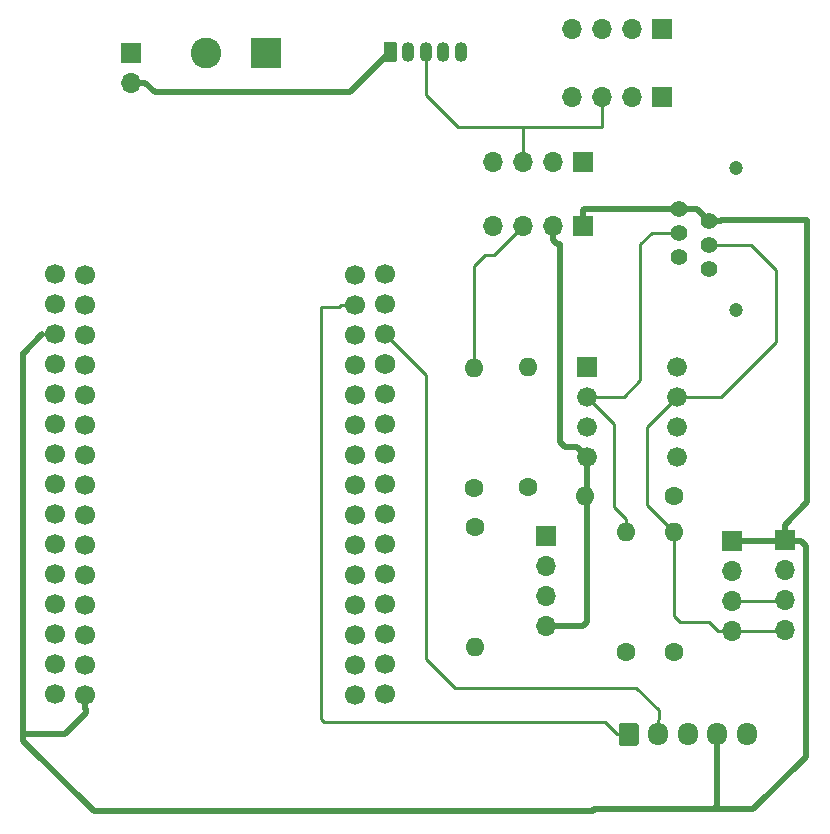
<source format=gbr>
G04 #@! TF.GenerationSoftware,KiCad,Pcbnew,(5.1.4)-1*
G04 #@! TF.CreationDate,2019-11-17T22:20:53+01:00*
G04 #@! TF.ProjectId,Airrohr_pcb,41697272-6f68-4725-9f70-63622e6b6963,rev?*
G04 #@! TF.SameCoordinates,Original*
G04 #@! TF.FileFunction,Copper,L1,Top*
G04 #@! TF.FilePolarity,Positive*
%FSLAX46Y46*%
G04 Gerber Fmt 4.6, Leading zero omitted, Abs format (unit mm)*
G04 Created by KiCad (PCBNEW (5.1.4)-1) date 2019-11-17 22:20:53*
%MOMM*%
%LPD*%
G04 APERTURE LIST*
%ADD10O,1.700000X1.700000*%
%ADD11R,1.700000X1.700000*%
%ADD12C,1.400000*%
%ADD13C,1.200000*%
%ADD14O,1.700000X1.950000*%
%ADD15C,0.100000*%
%ADD16C,1.700000*%
%ADD17C,1.740000*%
%ADD18O,1.600000X1.600000*%
%ADD19C,1.600000*%
%ADD20C,1.676400*%
%ADD21R,1.676400X1.676400*%
%ADD22O,1.100000X1.700000*%
%ADD23C,1.100000*%
%ADD24C,2.600000*%
%ADD25R,2.600000X2.600000*%
%ADD26C,0.500000*%
%ADD27C,0.250000*%
G04 APERTURE END LIST*
D10*
X205536800Y-71958200D03*
X205536800Y-69418200D03*
X205536800Y-66878200D03*
D11*
X205536800Y-64338200D03*
D10*
X200990200Y-71983600D03*
X200990200Y-69443600D03*
X200990200Y-66903600D03*
D11*
X200990200Y-64363600D03*
D12*
X196543800Y-36261200D03*
X199083800Y-37281200D03*
X196543800Y-38301200D03*
X199083800Y-39321200D03*
X196543800Y-40341200D03*
X199083800Y-41361200D03*
D13*
X201383800Y-44811200D03*
X201383800Y-32811200D03*
D14*
X202278000Y-80772000D03*
X199778000Y-80772000D03*
X197278000Y-80772000D03*
X194778000Y-80772000D03*
D15*
G36*
X192902504Y-79798204D02*
G01*
X192926773Y-79801804D01*
X192950571Y-79807765D01*
X192973671Y-79816030D01*
X192995849Y-79826520D01*
X193016893Y-79839133D01*
X193036598Y-79853747D01*
X193054777Y-79870223D01*
X193071253Y-79888402D01*
X193085867Y-79908107D01*
X193098480Y-79929151D01*
X193108970Y-79951329D01*
X193117235Y-79974429D01*
X193123196Y-79998227D01*
X193126796Y-80022496D01*
X193128000Y-80047000D01*
X193128000Y-81497000D01*
X193126796Y-81521504D01*
X193123196Y-81545773D01*
X193117235Y-81569571D01*
X193108970Y-81592671D01*
X193098480Y-81614849D01*
X193085867Y-81635893D01*
X193071253Y-81655598D01*
X193054777Y-81673777D01*
X193036598Y-81690253D01*
X193016893Y-81704867D01*
X192995849Y-81717480D01*
X192973671Y-81727970D01*
X192950571Y-81736235D01*
X192926773Y-81742196D01*
X192902504Y-81745796D01*
X192878000Y-81747000D01*
X191678000Y-81747000D01*
X191653496Y-81745796D01*
X191629227Y-81742196D01*
X191605429Y-81736235D01*
X191582329Y-81727970D01*
X191560151Y-81717480D01*
X191539107Y-81704867D01*
X191519402Y-81690253D01*
X191501223Y-81673777D01*
X191484747Y-81655598D01*
X191470133Y-81635893D01*
X191457520Y-81614849D01*
X191447030Y-81592671D01*
X191438765Y-81569571D01*
X191432804Y-81545773D01*
X191429204Y-81521504D01*
X191428000Y-81497000D01*
X191428000Y-80047000D01*
X191429204Y-80022496D01*
X191432804Y-79998227D01*
X191438765Y-79974429D01*
X191447030Y-79951329D01*
X191457520Y-79929151D01*
X191470133Y-79908107D01*
X191484747Y-79888402D01*
X191501223Y-79870223D01*
X191519402Y-79853747D01*
X191539107Y-79839133D01*
X191560151Y-79826520D01*
X191582329Y-79816030D01*
X191605429Y-79807765D01*
X191629227Y-79801804D01*
X191653496Y-79798204D01*
X191678000Y-79797000D01*
X192878000Y-79797000D01*
X192902504Y-79798204D01*
X192902504Y-79798204D01*
G37*
D16*
X192278000Y-80772000D03*
D10*
X187452000Y-26797000D03*
X189992000Y-26797000D03*
X192532000Y-26797000D03*
D11*
X195072000Y-26797000D03*
D10*
X187452000Y-21082000D03*
X189992000Y-21082000D03*
X192532000Y-21082000D03*
D11*
X195072000Y-21082000D03*
D16*
X169138600Y-44399200D03*
X169138600Y-49479200D03*
X169138600Y-46939200D03*
X169138600Y-67259200D03*
X169138600Y-64719200D03*
X169138600Y-59639200D03*
X169138600Y-62179200D03*
X169138600Y-77419200D03*
X169138600Y-57099200D03*
X169138600Y-52019200D03*
X169138600Y-54559200D03*
X169138600Y-69799200D03*
X169138600Y-74879200D03*
X169138600Y-72339200D03*
X169138600Y-41859200D03*
X146278600Y-77419200D03*
X146278600Y-74879200D03*
X146278600Y-72339200D03*
X146278600Y-69799200D03*
X146278600Y-67259200D03*
X146278600Y-64719200D03*
X146278600Y-62179200D03*
X146278600Y-59639200D03*
X146278600Y-57099200D03*
X146278600Y-54559200D03*
X146278600Y-52019200D03*
X146278600Y-49479200D03*
X146278600Y-46939200D03*
X146278600Y-44399200D03*
X146278600Y-41859200D03*
X171653200Y-41833800D03*
X171653200Y-44373800D03*
X171653200Y-46913800D03*
D17*
X171653200Y-49453800D03*
D16*
X171653200Y-51993800D03*
X171653200Y-54533800D03*
X171653200Y-57073800D03*
X171653200Y-59613800D03*
X171653200Y-62153800D03*
X171653200Y-64693800D03*
X171653200Y-67233800D03*
X171653200Y-69773800D03*
X171653200Y-72313800D03*
X171653200Y-74853800D03*
X171653200Y-77393800D03*
X143713200Y-77393800D03*
X143713200Y-74853800D03*
X143713200Y-72313800D03*
X143713200Y-69773800D03*
X143713200Y-67233800D03*
X143713200Y-64693800D03*
X143713200Y-62153800D03*
X143713200Y-59613800D03*
X143713200Y-57073800D03*
X143713200Y-54533800D03*
X143713200Y-51993800D03*
X143713200Y-49453800D03*
X143713200Y-46913800D03*
X143713200Y-44373800D03*
X143713200Y-41833800D03*
D10*
X180797200Y-37693600D03*
X183337200Y-37693600D03*
X185877200Y-37693600D03*
D11*
X188417200Y-37693600D03*
D10*
X180797200Y-32308800D03*
X183337200Y-32308800D03*
X185877200Y-32308800D03*
D11*
X188417200Y-32308800D03*
D18*
X188588000Y-60579000D03*
D19*
X196088000Y-60579000D03*
D20*
X196342000Y-49657000D03*
X196342000Y-52197000D03*
X196342000Y-54737000D03*
X196342000Y-57277000D03*
X188722000Y-57277000D03*
X188722000Y-54737000D03*
X188722000Y-52197000D03*
D21*
X188722000Y-49657000D03*
D22*
X178085000Y-22987000D03*
X176585000Y-22987000D03*
X175085000Y-22987000D03*
X173585000Y-22987000D03*
D15*
G36*
X172489149Y-22137779D02*
G01*
X172504846Y-22140107D01*
X172520239Y-22143963D01*
X172535180Y-22149309D01*
X172549525Y-22156093D01*
X172563136Y-22164251D01*
X172575881Y-22173704D01*
X172587639Y-22184361D01*
X172598296Y-22196119D01*
X172607749Y-22208864D01*
X172615907Y-22222475D01*
X172622691Y-22236820D01*
X172628037Y-22251761D01*
X172631893Y-22267154D01*
X172634221Y-22282851D01*
X172635000Y-22298700D01*
X172635000Y-23675300D01*
X172634221Y-23691149D01*
X172631893Y-23706846D01*
X172628037Y-23722239D01*
X172622691Y-23737180D01*
X172615907Y-23751525D01*
X172607749Y-23765136D01*
X172598296Y-23777881D01*
X172587639Y-23789639D01*
X172575881Y-23800296D01*
X172563136Y-23809749D01*
X172549525Y-23817907D01*
X172535180Y-23824691D01*
X172520239Y-23830037D01*
X172504846Y-23833893D01*
X172489149Y-23836221D01*
X172473300Y-23837000D01*
X171696700Y-23837000D01*
X171680851Y-23836221D01*
X171665154Y-23833893D01*
X171649761Y-23830037D01*
X171634820Y-23824691D01*
X171620475Y-23817907D01*
X171606864Y-23809749D01*
X171594119Y-23800296D01*
X171582361Y-23789639D01*
X171571704Y-23777881D01*
X171562251Y-23765136D01*
X171554093Y-23751525D01*
X171547309Y-23737180D01*
X171541963Y-23722239D01*
X171538107Y-23706846D01*
X171535779Y-23691149D01*
X171535000Y-23675300D01*
X171535000Y-22298700D01*
X171535779Y-22282851D01*
X171538107Y-22267154D01*
X171541963Y-22251761D01*
X171547309Y-22236820D01*
X171554093Y-22222475D01*
X171562251Y-22208864D01*
X171571704Y-22196119D01*
X171582361Y-22184361D01*
X171594119Y-22173704D01*
X171606864Y-22164251D01*
X171620475Y-22156093D01*
X171634820Y-22149309D01*
X171649761Y-22143963D01*
X171665154Y-22140107D01*
X171680851Y-22137779D01*
X171696700Y-22137000D01*
X172473300Y-22137000D01*
X172489149Y-22137779D01*
X172489149Y-22137779D01*
G37*
D23*
X172085000Y-22987000D03*
D18*
X196088000Y-63627000D03*
D19*
X196088000Y-73787000D03*
D18*
X192024000Y-63627000D03*
D19*
X192024000Y-73787000D03*
D18*
X179197000Y-49784000D03*
D19*
X179197000Y-59944000D03*
D18*
X183769000Y-49657000D03*
D19*
X183769000Y-59817000D03*
D18*
X179247800Y-73380600D03*
D19*
X179247800Y-63220600D03*
D10*
X185267600Y-71577200D03*
X185267600Y-69037200D03*
X185267600Y-66497200D03*
D11*
X185267600Y-63957200D03*
D10*
X150114000Y-25603200D03*
D11*
X150114000Y-23063200D03*
D24*
X156514800Y-23088600D03*
D25*
X161594800Y-23088600D03*
D26*
X188391800Y-71577200D02*
X185267600Y-71577200D01*
X188722000Y-57277000D02*
X188722000Y-71247000D01*
X188722000Y-71247000D02*
X188391800Y-71577200D01*
X187883801Y-56438801D02*
X188722000Y-57277000D01*
X186893201Y-56438801D02*
X187883801Y-56438801D01*
X186486800Y-56032400D02*
X186893201Y-56438801D01*
X185877200Y-38895681D02*
X185877200Y-37693600D01*
X186224519Y-39243000D02*
X185877200Y-38895681D01*
X186486800Y-39243000D02*
X186224519Y-39243000D01*
X186486800Y-39243000D02*
X186486800Y-56032400D01*
D27*
X167936519Y-44399200D02*
X169138600Y-44399200D01*
X167758719Y-44577000D02*
X167936519Y-44399200D01*
X191328000Y-80772000D02*
X190312000Y-79756000D01*
X192278000Y-80772000D02*
X191328000Y-80772000D01*
X190312000Y-79756000D02*
X166497000Y-79756000D01*
X166497000Y-79756000D02*
X166243000Y-79502000D01*
X166243000Y-79502000D02*
X166243000Y-44577000D01*
X166243000Y-44577000D02*
X167758719Y-44577000D01*
X175107600Y-50368200D02*
X175107600Y-74396600D01*
X171653200Y-46913800D02*
X175107600Y-50368200D01*
X175107600Y-74396600D02*
X177038000Y-76327000D01*
X177038000Y-76327000D02*
X177139600Y-76428600D01*
X177546000Y-76835000D02*
X177038000Y-76327000D01*
X192913000Y-76835000D02*
X177546000Y-76835000D01*
X194818000Y-78740000D02*
X192913000Y-76835000D01*
X194818000Y-79507000D02*
X194818000Y-78740000D01*
X194778000Y-80772000D02*
X194778000Y-79547000D01*
X194778000Y-79547000D02*
X194818000Y-79507000D01*
D26*
X142635570Y-46913800D02*
X140995400Y-48553970D01*
D27*
X143713200Y-46913800D02*
X142635570Y-46913800D01*
X146278600Y-77419200D02*
X146126200Y-77419200D01*
D26*
X140970000Y-48514000D02*
X140970000Y-80732030D01*
X201041000Y-64389000D02*
X205486000Y-64389000D01*
X205486000Y-63039000D02*
X207391000Y-61134000D01*
X205486000Y-64389000D02*
X205486000Y-63039000D01*
X151316081Y-25603200D02*
X152128881Y-26416000D01*
X150114000Y-25603200D02*
X151316081Y-25603200D01*
X168656000Y-26416000D02*
X172085000Y-22987000D01*
X152128881Y-26416000D02*
X168656000Y-26416000D01*
X199778000Y-80772000D02*
X199778000Y-86875000D01*
X199778000Y-86875000D02*
X199531000Y-87122000D01*
X206836000Y-64389000D02*
X205486000Y-64389000D01*
X207264000Y-64817000D02*
X206836000Y-64389000D01*
X207264000Y-82677000D02*
X207264000Y-64817000D01*
X199531000Y-87122000D02*
X202819000Y-87122000D01*
X202819000Y-87122000D02*
X207264000Y-82677000D01*
X189376600Y-87122000D02*
X199531000Y-87122000D01*
X189224200Y-87274400D02*
X189376600Y-87122000D01*
X146964400Y-87274400D02*
X189224200Y-87274400D01*
X140995400Y-81305400D02*
X146964400Y-87274400D01*
X146278600Y-78621281D02*
X146304000Y-78646681D01*
X146304000Y-78646681D02*
X146304000Y-78994000D01*
X146304000Y-78994000D02*
X144526000Y-80772000D01*
X144526000Y-80772000D02*
X140995400Y-80772000D01*
X146278600Y-77419200D02*
X146278600Y-78621281D01*
X140995400Y-80772000D02*
X140995400Y-81305400D01*
X188417200Y-36343600D02*
X188417200Y-37693600D01*
X188499600Y-36261200D02*
X188417200Y-36343600D01*
X196543800Y-36261200D02*
X188499600Y-36261200D01*
X198063800Y-36261200D02*
X199083800Y-37281200D01*
X196543800Y-36261200D02*
X198063800Y-36261200D01*
X200073749Y-37281200D02*
X200093149Y-37261800D01*
X199083800Y-37281200D02*
X200073749Y-37281200D01*
X200093149Y-37261800D02*
X207340200Y-37261800D01*
X207391000Y-37312600D02*
X207391000Y-50901600D01*
X207340200Y-37261800D02*
X207391000Y-37312600D01*
X207391000Y-61134000D02*
X207391000Y-50901600D01*
X207391000Y-50901600D02*
X207391000Y-50546000D01*
D27*
X175085000Y-26622000D02*
X175085000Y-22987000D01*
X177800000Y-29337000D02*
X175085000Y-26622000D01*
X189992000Y-26797000D02*
X189992000Y-29337000D01*
X183362600Y-31081319D02*
X183362600Y-29337000D01*
X183337200Y-31106719D02*
X183362600Y-31081319D01*
X183337200Y-32308800D02*
X183337200Y-31106719D01*
X189992000Y-29337000D02*
X183362600Y-29337000D01*
X183362600Y-29337000D02*
X177800000Y-29337000D01*
X179197000Y-48652630D02*
X179171600Y-48627230D01*
X179197000Y-49784000D02*
X179197000Y-48652630D01*
X179171600Y-48627230D02*
X179171600Y-41148000D01*
X179171600Y-41148000D02*
X180136800Y-40182800D01*
X180848000Y-40182800D02*
X183337200Y-37693600D01*
X180136800Y-40182800D02*
X180848000Y-40182800D01*
X199838919Y-72009000D02*
X199076919Y-71247000D01*
X201041000Y-72009000D02*
X199838919Y-72009000D01*
X199076919Y-71247000D02*
X196596000Y-71247000D01*
X196596000Y-71247000D02*
X196088000Y-70739000D01*
X196088000Y-70739000D02*
X196088000Y-63627000D01*
X202243081Y-72009000D02*
X205486000Y-72009000D01*
X201041000Y-72009000D02*
X202243081Y-72009000D01*
X193802000Y-54737000D02*
X196342000Y-52197000D01*
X196088000Y-63627000D02*
X193802000Y-61341000D01*
X193802000Y-61341000D02*
X193802000Y-54737000D01*
X200073749Y-39321200D02*
X200097149Y-39344600D01*
X199083800Y-39321200D02*
X200073749Y-39321200D01*
X200097149Y-39344600D02*
X202641200Y-39344600D01*
X202641200Y-39344600D02*
X204724000Y-41427400D01*
X204724000Y-41427400D02*
X204724000Y-47548800D01*
X200075800Y-52197000D02*
X196342000Y-52197000D01*
X204724000Y-47548800D02*
X200075800Y-52197000D01*
X205486000Y-69469000D02*
X201041000Y-69469000D01*
X192024000Y-62495630D02*
X191008000Y-61479630D01*
X192024000Y-63627000D02*
X192024000Y-62495630D01*
X191008000Y-54483000D02*
X188722000Y-52197000D01*
X191008000Y-61479630D02*
X191008000Y-54483000D01*
X194235800Y-38301200D02*
X196543800Y-38301200D01*
X193268600Y-39268400D02*
X194235800Y-38301200D01*
X193268600Y-50774600D02*
X193268600Y-39268400D01*
X188722000Y-52197000D02*
X191846200Y-52197000D01*
X191846200Y-52197000D02*
X193268600Y-50774600D01*
X202949200Y-80799400D02*
X202949200Y-80924400D01*
M02*

</source>
